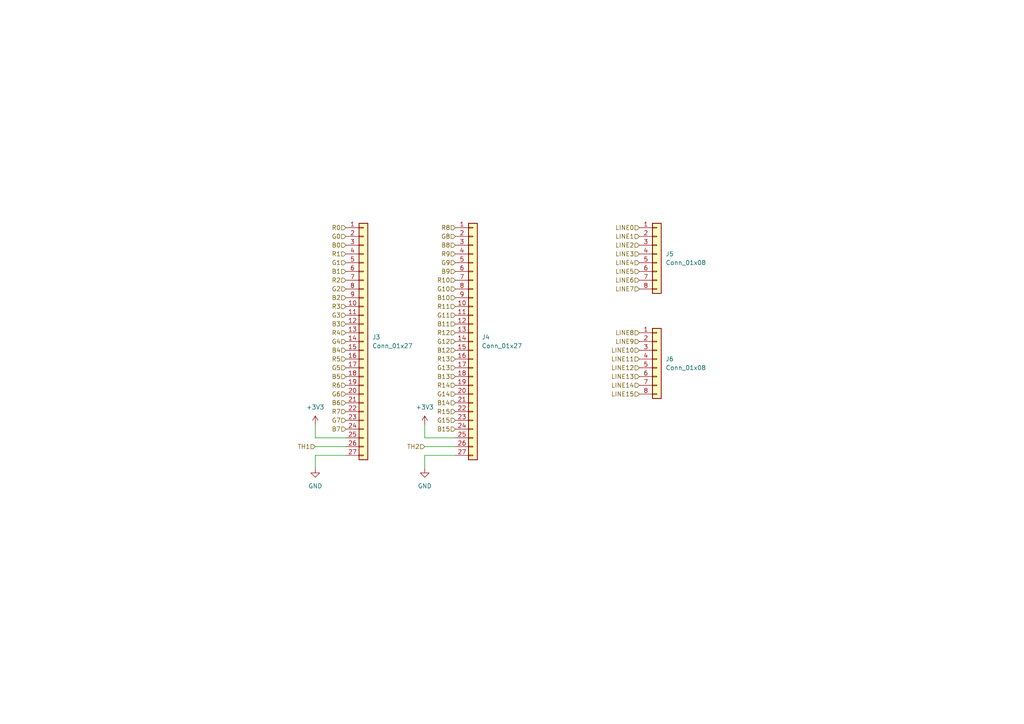
<source format=kicad_sch>
(kicad_sch (version 20250114) (generator "eeschema") (generator_version "9.0")
  (paper "A4")
  (lib_symbols
    (symbol "Connector_Generic:Conn_01x08" (pin_names (offset 1.016) (hide yes))
      (property "Reference" "J" (at 0 10.16 0))
      (property "Value" "Conn_01x08" (at 0 -12.7 0))
      (symbol "Conn_01x08_1_1"
        (rectangle (start -1.27 8.89) (end 1.27 -11.43) (stroke (width 0.254)) (fill (type background)))
        (rectangle (start -1.27 7.747) (end 0 7.493) (stroke (width 0.1524)))
        (rectangle (start -1.27 5.207) (end 0 4.953) (stroke (width 0.1524)))
        (rectangle (start -1.27 2.667) (end 0 2.413) (stroke (width 0.1524)))
        (rectangle (start -1.27 0.127) (end 0 -0.127) (stroke (width 0.1524)))
        (rectangle (start -1.27 -2.413) (end 0 -2.667) (stroke (width 0.1524)))
        (rectangle (start -1.27 -4.953) (end 0 -5.207) (stroke (width 0.1524)))
        (rectangle (start -1.27 -7.493) (end 0 -7.747) (stroke (width 0.1524)))
        (rectangle (start -1.27 -10.033) (end 0 -10.287) (stroke (width 0.1524)))
        (pin passive line (at -5.08 7.62 0) (length 3.81) (name "Pin_1") (number "1"))
        (pin passive line (at -5.08 5.08 0) (length 3.81) (name "Pin_2") (number "2"))
        (pin passive line (at -5.08 2.54 0) (length 3.81) (name "Pin_3") (number "3"))
        (pin passive line (at -5.08 0 0) (length 3.81) (name "Pin_4") (number "4"))
        (pin passive line (at -5.08 -2.54 0) (length 3.81) (name "Pin_5") (number "5"))
        (pin passive line (at -5.08 -5.08 0) (length 3.81) (name "Pin_6") (number "6"))
        (pin passive line (at -5.08 -7.62 0) (length 3.81) (name "Pin_7") (number "7"))
        (pin passive line (at -5.08 -10.16 0) (length 3.81) (name "Pin_8") (number "8"))
      )
    )
    (symbol "Connector_Generic:Conn_01x27" (pin_names (offset 1.016) (hide yes))
      (property "Reference" "J" (at 0 35.56 0))
      (property "Value" "Conn_01x27" (at 0 -35.56 0))
      (symbol "Conn_01x27_1_1"
        (rectangle (start -1.27 34.29) (end 1.27 -34.29) (stroke (width 0.254)) (fill (type background)))
        (rectangle (start -1.27 33.147) (end 0 32.893) (stroke (width 0.1524)))
        (rectangle (start -1.27 30.607) (end 0 30.353) (stroke (width 0.1524)))
        (rectangle (start -1.27 28.067) (end 0 27.813) (stroke (width 0.1524)))
        (rectangle (start -1.27 25.527) (end 0 25.273) (stroke (width 0.1524)))
        (rectangle (start -1.27 22.987) (end 0 22.733) (stroke (width 0.1524)))
        (rectangle (start -1.27 20.447) (end 0 20.193) (stroke (width 0.1524)))
        (rectangle (start -1.27 17.907) (end 0 17.653) (stroke (width 0.1524)))
        (rectangle (start -1.27 15.367) (end 0 15.113) (stroke (width 0.1524)))
        (rectangle (start -1.27 12.827) (end 0 12.573) (stroke (width 0.1524)))
        (rectangle (start -1.27 10.287) (end 0 10.033) (stroke (width 0.1524)))
        (rectangle (start -1.27 7.747) (end 0 7.493) (stroke (width 0.1524)))
        (rectangle (start -1.27 5.207) (end 0 4.953) (stroke (width 0.1524)))
        (rectangle (start -1.27 2.667) (end 0 2.413) (stroke (width 0.1524)))
        (rectangle (start -1.27 0.127) (end 0 -0.127) (stroke (width 0.1524)))
        (rectangle (start -1.27 -2.413) (end 0 -2.667) (stroke (width 0.1524)))
        (rectangle (start -1.27 -4.953) (end 0 -5.207) (stroke (width 0.1524)))
        (rectangle (start -1.27 -7.493) (end 0 -7.747) (stroke (width 0.1524)))
        (rectangle (start -1.27 -10.033) (end 0 -10.287) (stroke (width 0.1524)))
        (rectangle (start -1.27 -12.573) (end 0 -12.827) (stroke (width 0.1524)))
        (rectangle (start -1.27 -15.113) (end 0 -15.367) (stroke (width 0.1524)))
        (rectangle (start -1.27 -17.653) (end 0 -17.907) (stroke (width 0.1524)))
        (rectangle (start -1.27 -20.193) (end 0 -20.447) (stroke (width 0.1524)))
        (rectangle (start -1.27 -22.733) (end 0 -22.987) (stroke (width 0.1524)))
        (rectangle (start -1.27 -25.273) (end 0 -25.527) (stroke (width 0.1524)))
        (rectangle (start -1.27 -27.813) (end 0 -28.067) (stroke (width 0.1524)))
        (rectangle (start -1.27 -30.353) (end 0 -30.607) (stroke (width 0.1524)))
        (rectangle (start -1.27 -32.893) (end 0 -33.147) (stroke (width 0.1524)))
        (pin passive line (at -5.08 33.02 0) (length 3.81) (name "Pin_1") (number "1"))
        (pin passive line (at -5.08 30.48 0) (length 3.81) (name "Pin_2") (number "2"))
        (pin passive line (at -5.08 27.94 0) (length 3.81) (name "Pin_3") (number "3"))
        (pin passive line (at -5.08 25.4 0) (length 3.81) (name "Pin_4") (number "4"))
        (pin passive line (at -5.08 22.86 0) (length 3.81) (name "Pin_5") (number "5"))
        (pin passive line (at -5.08 20.32 0) (length 3.81) (name "Pin_6") (number "6"))
        (pin passive line (at -5.08 17.78 0) (length 3.81) (name "Pin_7") (number "7"))
        (pin passive line (at -5.08 15.24 0) (length 3.81) (name "Pin_8") (number "8"))
        (pin passive line (at -5.08 12.7 0) (length 3.81) (name "Pin_9") (number "9"))
        (pin passive line (at -5.08 10.16 0) (length 3.81) (name "Pin_10") (number "10"))
        (pin passive line (at -5.08 7.62 0) (length 3.81) (name "Pin_11") (number "11"))
        (pin passive line (at -5.08 5.08 0) (length 3.81) (name "Pin_12") (number "12"))
        (pin passive line (at -5.08 2.54 0) (length 3.81) (name "Pin_13") (number "13"))
        (pin passive line (at -5.08 0 0) (length 3.81) (name "Pin_14") (number "14"))
        (pin passive line (at -5.08 -2.54 0) (length 3.81) (name "Pin_15") (number "15"))
        (pin passive line (at -5.08 -5.08 0) (length 3.81) (name "Pin_16") (number "16"))
        (pin passive line (at -5.08 -7.62 0) (length 3.81) (name "Pin_17") (number "17"))
        (pin passive line (at -5.08 -10.16 0) (length 3.81) (name "Pin_18") (number "18"))
        (pin passive line (at -5.08 -12.7 0) (length 3.81) (name "Pin_19") (number "19"))
        (pin passive line (at -5.08 -15.24 0) (length 3.81) (name "Pin_20") (number "20"))
        (pin passive line (at -5.08 -17.78 0) (length 3.81) (name "Pin_21") (number "21"))
        (pin passive line (at -5.08 -20.32 0) (length 3.81) (name "Pin_22") (number "22"))
        (pin passive line (at -5.08 -22.86 0) (length 3.81) (name "Pin_23") (number "23"))
        (pin passive line (at -5.08 -25.4 0) (length 3.81) (name "Pin_24") (number "24"))
        (pin passive line (at -5.08 -27.94 0) (length 3.81) (name "Pin_25") (number "25"))
        (pin passive line (at -5.08 -30.48 0) (length 3.81) (name "Pin_26") (number "26"))
        (pin passive line (at -5.08 -33.02 0) (length 3.81) (name "Pin_27") (number "27"))
      )
    )
    (symbol "power:+3V3" (power) (pin_numbers (hide yes)) (pin_names (offset 0) (hide yes))
      (property "Value" "+3V3" (at 0 3.556 0))
      (symbol "+3V3_0_1"
        (polyline (pts (xy -0.762 1.27) (xy 0 2.54)))
        (polyline (pts (xy 0 2.54) (xy 0.762 1.27)))
        (polyline (pts (xy 0 0) (xy 0 2.54)))
      )
      (symbol "+3V3_1_1"
        (pin power_in line (at 0 0 90) (length 0) (name "~") (number "1"))
      )
    )
    (symbol "power:GND" (power) (pin_numbers (hide yes)) (pin_names (offset 0) (hide yes))
      (property "Value" "GND" (at 0 -3.81 0))
      (symbol "GND_0_1"
        (polyline (pts (xy 0 0) (xy 0 -1.27) (xy 1.27 -1.27) (xy 0 -2.54) (xy -1.27 -1.27) (xy 0 -1.27)))
      )
      (symbol "GND_1_1"
        (pin power_in line (at 0 0 270) (length 0) (name "~") (number "1"))
      )
    )
  )
  (wire (pts (xy 123.19 129.54) (xy 132.08 129.54)))
  (wire (pts (xy 91.44 132.08) (xy 100.33 132.08)))
  (wire (pts (xy 91.44 135.89) (xy 91.44 132.08)))
  (wire (pts (xy 91.44 129.54) (xy 100.33 129.54)))
  (wire (pts (xy 123.19 127) (xy 132.08 127)))
  (wire (pts (xy 123.19 135.89) (xy 123.19 132.08)))
  (wire (pts (xy 123.19 132.08) (xy 132.08 132.08)))
  (wire (pts (xy 91.44 127) (xy 100.33 127)))
  (wire (pts (xy 123.19 123.19) (xy 123.19 127)))
  (wire (pts (xy 91.44 123.19) (xy 91.44 127)))
  (hierarchical_label "B6" (shape input) (at 100.33 116.84 180))
  (hierarchical_label "LINE4" (shape input) (at 185.42 76.2 180))
  (hierarchical_label "B1" (shape input) (at 100.33 78.74 180))
  (hierarchical_label "R0" (shape input) (at 100.33 66.04 180))
  (hierarchical_label "R9" (shape input) (at 132.08 73.66 180))
  (hierarchical_label "R6" (shape input) (at 100.33 111.76 180))
  (hierarchical_label "R2" (shape input) (at 100.33 81.28 180))
  (hierarchical_label "B12" (shape input) (at 132.08 101.6 180))
  (hierarchical_label "B15" (shape input) (at 132.08 124.46 180))
  (hierarchical_label "G4" (shape input) (at 100.33 99.06 180))
  (hierarchical_label "G8" (shape input) (at 132.08 68.58 180))
  (hierarchical_label "LINE6" (shape input) (at 185.42 81.28 180))
  (hierarchical_label "R4" (shape input) (at 100.33 96.52 180))
  (hierarchical_label "LINE12" (shape input) (at 185.42 106.68 180))
  (hierarchical_label "G3" (shape input) (at 100.33 91.44 180))
  (hierarchical_label "G1" (shape input) (at 100.33 76.2 180))
  (hierarchical_label "G7" (shape input) (at 100.33 121.92 180))
  (hierarchical_label "LINE2" (shape input) (at 185.42 71.12 180))
  (hierarchical_label "B14" (shape input) (at 132.08 116.84 180))
  (hierarchical_label "G2" (shape input) (at 100.33 83.82 180))
  (hierarchical_label "B5" (shape input) (at 100.33 109.22 180))
  (hierarchical_label "B7" (shape input) (at 100.33 124.46 180))
  (hierarchical_label "G14" (shape input) (at 132.08 114.3 180))
  (hierarchical_label "LINE11" (shape input) (at 185.42 104.14 180))
  (hierarchical_label "B4" (shape input) (at 100.33 101.6 180))
  (hierarchical_label "B9" (shape input) (at 132.08 78.74 180))
  (hierarchical_label "G13" (shape input) (at 132.08 106.68 180))
  (hierarchical_label "R11" (shape input) (at 132.08 88.9 180))
  (hierarchical_label "R10" (shape input) (at 132.08 81.28 180))
  (hierarchical_label "R7" (shape input) (at 100.33 119.38 180))
  (hierarchical_label "R1" (shape input) (at 100.33 73.66 180))
  (hierarchical_label "R3" (shape input) (at 100.33 88.9 180))
  (hierarchical_label "LINE5" (shape input) (at 185.42 78.74 180))
  (hierarchical_label "G5" (shape input) (at 100.33 106.68 180))
  (hierarchical_label "G10" (shape input) (at 132.08 83.82 180))
  (hierarchical_label "LINE9" (shape input) (at 185.42 99.06 180))
  (hierarchical_label "R15" (shape input) (at 132.08 119.38 180))
  (hierarchical_label "LINE13" (shape input) (at 185.42 109.22 180))
  (hierarchical_label "G12" (shape input) (at 132.08 99.06 180))
  (hierarchical_label "R14" (shape input) (at 132.08 111.76 180))
  (hierarchical_label "LINE7" (shape input) (at 185.42 83.82 180))
  (hierarchical_label "TH2" (shape input) (at 123.19 129.54 180))
  (hierarchical_label "R13" (shape input) (at 132.08 104.14 180))
  (hierarchical_label "LINE1" (shape input) (at 185.42 68.58 180))
  (hierarchical_label "LINE14" (shape input) (at 185.42 111.76 180))
  (hierarchical_label "B11" (shape input) (at 132.08 93.98 180))
  (hierarchical_label "B8" (shape input) (at 132.08 71.12 180))
  (hierarchical_label "G15" (shape input) (at 132.08 121.92 180))
  (hierarchical_label "G6" (shape input) (at 100.33 114.3 180))
  (hierarchical_label "LINE10" (shape input) (at 185.42 101.6 180))
  (hierarchical_label "TH1" (shape input) (at 91.44 129.54 180))
  (hierarchical_label "LINE0" (shape input) (at 185.42 66.04 180))
  (hierarchical_label "G9" (shape input) (at 132.08 76.2 180))
  (hierarchical_label "B2" (shape input) (at 100.33 86.36 180))
  (hierarchical_label "G0" (shape input) (at 100.33 68.58 180))
  (hierarchical_label "B3" (shape input) (at 100.33 93.98 180))
  (hierarchical_label "B0" (shape input) (at 100.33 71.12 180))
  (hierarchical_label "LINE8" (shape input) (at 185.42 96.52 180))
  (hierarchical_label "R12" (shape input) (at 132.08 96.52 180))
  (hierarchical_label "B10" (shape input) (at 132.08 86.36 180))
  (hierarchical_label "R8" (shape input) (at 132.08 66.04 180))
  (hierarchical_label "LINE15" (shape input) (at 185.42 114.3 180))
  (hierarchical_label "LINE3" (shape input) (at 185.42 73.66 180))
  (hierarchical_label "R5" (shape input) (at 100.33 104.14 180))
  (hierarchical_label "B13" (shape input) (at 132.08 109.22 180))
  (hierarchical_label "G11" (shape input) (at 132.08 91.44 180))
  (symbol (lib_id "Connector_Generic:Conn_01x08") (at 190.5 104.14 0) (unit 1)
    (property "Reference" "J6" (at 193.04 104.1399 0) (effects (justify left)))
    (property "Value" "Conn_01x08" (at 193.04 106.6799 0) (effects (justify left)))
    (property "Footprint" "Connector_JST:JST_XA_B08B-XASK-1-A_1x08_P2.50mm_Vertical" (effects (hide yes)))
    (property "Description" "Generic connector, single row, 01x08, script generated (kicad-library-utils/schlib/autogen/connector/)" (effects (hide yes)))
  )
  (symbol (lib_id "power:GND") (at 123.19 135.89 0) (unit 1)
    (property "Reference" "#PWR021" (effects (hide yes)))
    (property "Value" "GND" (at 123.19 140.97 0))
    (property "Description" "Power symbol creates a global label with name \"GND\" , ground" (effects (hide yes)))
  )
  (symbol (lib_id "power:+3V3") (at 123.19 123.19 0) (unit 1)
    (property "Reference" "#PWR020" (effects (hide yes)))
    (property "Value" "+3V3" (at 123.19 118.11 0))
    (property "Description" "Power symbol creates a global label with name \"+3V3\"" (effects (hide yes)))
  )
  (symbol (lib_id "power:GND") (at 91.44 135.89 0) (unit 1)
    (property "Reference" "#PWR022" (effects (hide yes)))
    (property "Value" "GND" (at 91.44 140.97 0))
    (property "Description" "Power symbol creates a global label with name \"GND\" , ground" (effects (hide yes)))
  )
  (symbol (lib_id "Connector_Generic:Conn_01x08") (at 190.5 73.66 0) (unit 1)
    (property "Reference" "J5" (at 193.04 73.6599 0) (effects (justify left)))
    (property "Value" "Conn_01x08" (at 193.04 76.1999 0) (effects (justify left)))
    (property "Footprint" "Connector_JST:JST_XA_B08B-XASK-1-A_1x08_P2.50mm_Vertical" (effects (hide yes)))
    (property "Description" "Generic connector, single row, 01x08, script generated (kicad-library-utils/schlib/autogen/connector/)" (effects (hide yes)))
  )
  (symbol (lib_id "power:+3V3") (at 91.44 123.19 0) (unit 1)
    (property "Reference" "#PWR019" (effects (hide yes)))
    (property "Value" "+3V3" (at 91.44 118.11 0))
    (property "Description" "Power symbol creates a global label with name \"+3V3\"" (effects (hide yes)))
  )
  (symbol (lib_id "Connector_Generic:Conn_01x27") (at 137.16 99.06 0) (unit 1)
    (property "Reference" "J4" (at 139.7 97.7899 0) (effects (justify left)))
    (property "Value" "Conn_01x27" (at 139.7 100.3299 0) (effects (justify left)))
    (property "Footprint" "Connector_FFC-FPC:Hirose_FH26-27S-0.3SHW_2Rows-27Pins-1MP_P0.60mm_Horizontal" (effects (hide yes)))
    (property "Description" "Generic connector, single row, 01x27, script generated (kicad-library-utils/schlib/autogen/connector/)" (effects (hide yes)))
  )
  (symbol (lib_id "Connector_Generic:Conn_01x27") (at 105.41 99.06 0) (unit 1)
    (property "Reference" "J3" (at 107.95 97.7899 0) (effects (justify left)))
    (property "Value" "Conn_01x27" (at 107.95 100.3299 0) (effects (justify left)))
    (property "Footprint" "Connector_FFC-FPC:Hirose_FH26-27S-0.3SHW_2Rows-27Pins-1MP_P0.60mm_Horizontal" (effects (hide yes)))
    (property "Description" "Generic connector, single row, 01x27, script generated (kicad-library-utils/schlib/autogen/connector/)" (effects (hide yes)))
  )
)
</source>
